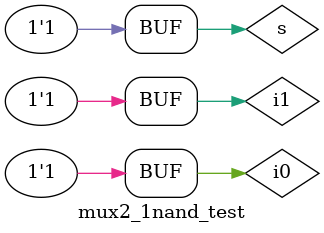
<source format=v>
module mux2_1nand_test;
  reg i0,i1,s;
  wire y;
 mux2_1nand dut(y,i0,i1,s);
  initial begin
    s=1'b0;i0=1'b0;i1=1'b0;
 #5 s=1'b0;i0=1'b0;i1=1'b1;
 #5 s=1'b0;i0=1'b1;i1=1'b0;
 #5 s=1'b0;i0=1'b1;i1=1'b1;
 #5 s=1'b1;i0=1'b0;i1=1'b0;
 #5 s=1'b1;i0=1'b0;i1=1'b1;
 #5 s=1'b1;i0=1'b1;i1=1'b0;
 #5 s=1'b1;i0=1'b1;i1=1'b1;
  end
    initial begin 
    $monitor("sim time=%0t,i0=%b,i1=%b,s=%b,y=%b",$time,i0,i1,s,y);
    $dumpfile("dump.vcd");
      $dumpvars(1,mux2_1nand_test);
  end 
endmodule


</source>
